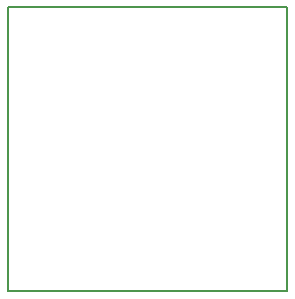
<source format=gm1>
G04 #@! TF.FileFunction,Profile,NP*
%FSLAX46Y46*%
G04 Gerber Fmt 4.6, Leading zero omitted, Abs format (unit mm)*
G04 Created by KiCad (PCBNEW 4.0.5) date 11/08/17 14:45:23*
%MOMM*%
%LPD*%
G01*
G04 APERTURE LIST*
%ADD10C,0.100000*%
%ADD11C,0.150000*%
G04 APERTURE END LIST*
D10*
D11*
X197104000Y-63500000D02*
X173482000Y-63500000D01*
X197104000Y-39497000D02*
X173482000Y-39497000D01*
X197104000Y-39497000D02*
X197104000Y-63500000D01*
X173482000Y-39497000D02*
X173482000Y-63500000D01*
M02*

</source>
